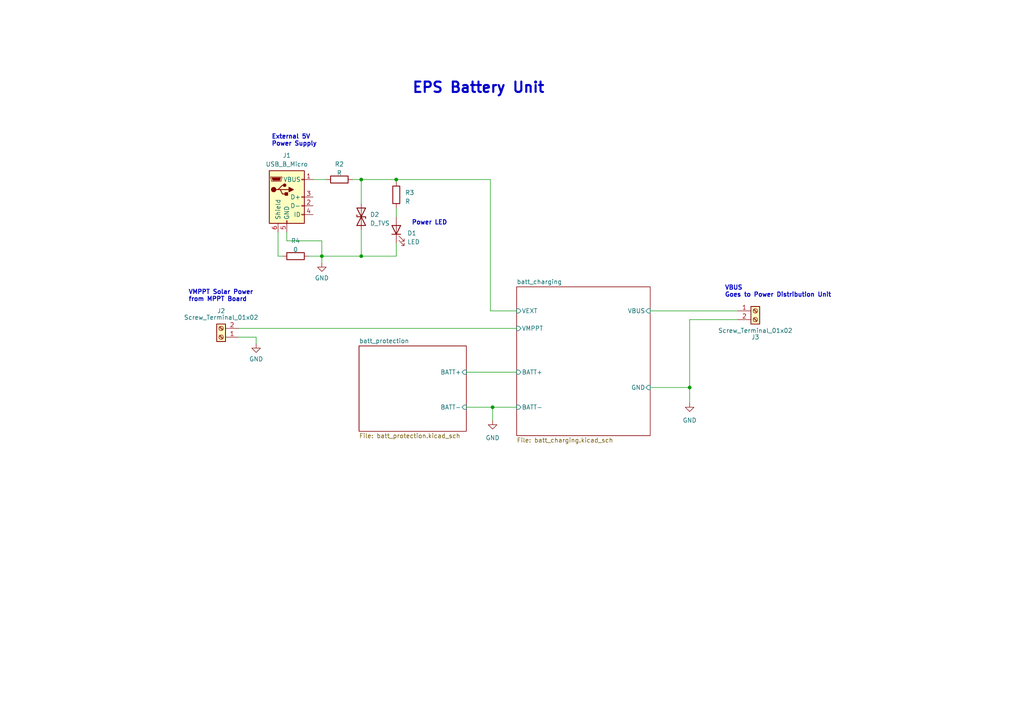
<source format=kicad_sch>
(kicad_sch (version 20230121) (generator eeschema)
  (paper "A4")
  (title_block (title "EPS Battery Unit") (date "2024-07-16") (rev "v1.0") (company "IIT Bombay Student Satellite Program") (comment 1 "Author: Ameya Marakarkandy"))
  (lib_symbols
    (symbol "Connector:Screw_Terminal_01x02" (pin_names (offset 1.016) hide)
      (property "Reference" "J" (at 0 2.54 0))
      (property "Value" "Screw_Terminal_01x02" (at 0 -5.08 0))
      (symbol "Screw_Terminal_01x02_1_1"
        (rectangle (start -1.27 1.27) (end 1.27 -3.81) (stroke (width 0.254)) (fill (type background)))
        (circle (center 0 -2.54) (radius 0.635) (stroke (width 0.1524)))
        (polyline (pts (xy -0.5334 -2.2098) (xy 0.3302 -3.048)) (stroke (width 0.1524)))
        (polyline (pts (xy -0.5334 0.3302) (xy 0.3302 -0.508)) (stroke (width 0.1524)))
        (polyline (pts (xy -0.3556 -2.032) (xy 0.508 -2.8702)) (stroke (width 0.1524)))
        (polyline (pts (xy -0.3556 0.508) (xy 0.508 -0.3302)) (stroke (width 0.1524)))
        (circle (center 0 0) (radius 0.635) (stroke (width 0.1524)))
        (pin passive line (at -5.08 0 0) (length 3.81) (name "Pin_1") (number "1"))
        (pin passive line (at -5.08 -2.54 0) (length 3.81) (name "Pin_2") (number "2"))
      )
    )
    (symbol "Connector:USB_B_Micro" (pin_names (offset 1.016))
      (property "Reference" "J" (at -5.08 11.43 0))
      (property "Value" "USB_B_Micro" (at -5.08 8.89 0))
      (symbol "USB_B_Micro_0_1"
        (rectangle (start -5.08 -7.62) (end 5.08 7.62) (stroke (width 0.254)) (fill (type background)))
        (circle (center -3.81 2.159) (radius 0.635) (stroke (width 0.254)) (fill (type outline)))
        (circle (center -0.635 3.429) (radius 0.381) (stroke (width 0.254)) (fill (type outline)))
        (rectangle (start -0.127 -7.62) (end 0.127 -6.858))
        (polyline (pts (xy -1.905 2.159) (xy 0.635 2.159)) (stroke (width 0.254)))
        (polyline (pts (xy -3.175 2.159) (xy -2.54 2.159) (xy -1.27 3.429) (xy -0.635 3.429)) (stroke (width 0.254)))
        (polyline (pts (xy -2.54 2.159) (xy -1.905 2.159) (xy -1.27 0.889) (xy 0 0.889)) (stroke (width 0.254)))
        (polyline (pts (xy 0.635 2.794) (xy 0.635 1.524) (xy 1.905 2.159) (xy 0.635 2.794)) (stroke (width 0.254)) (fill (type outline)))
        (polyline (pts (xy -4.318 5.588) (xy -1.778 5.588) (xy -2.032 4.826) (xy -4.064 4.826) (xy -4.318 5.588)) (fill (type outline)))
        (polyline (pts (xy -4.699 5.842) (xy -4.699 5.588) (xy -4.445 4.826) (xy -4.445 4.572) (xy -1.651 4.572) (xy -1.651 4.826) (xy -1.397 5.588) (xy -1.397 5.842) (xy -4.699 5.842)))
        (rectangle (start 0.254 1.27) (end -0.508 0.508) (stroke (width 0.254)) (fill (type outline)))
        (rectangle (start 5.08 -5.207) (end 4.318 -4.953))
        (rectangle (start 5.08 -2.667) (end 4.318 -2.413))
        (rectangle (start 5.08 -0.127) (end 4.318 0.127))
        (rectangle (start 5.08 4.953) (end 4.318 5.207))
      )
      (symbol "USB_B_Micro_1_1"
        (pin power_out line (at 7.62 5.08 180) (length 2.54) (name "VBUS") (number "1"))
        (pin bidirectional line (at 7.62 -2.54 180) (length 2.54) (name "D-") (number "2"))
        (pin bidirectional line (at 7.62 0 180) (length 2.54) (name "D+") (number "3"))
        (pin passive line (at 7.62 -5.08 180) (length 2.54) (name "ID") (number "4"))
        (pin power_out line (at 0 -10.16 90) (length 2.54) (name "GND") (number "5"))
        (pin passive line (at -2.54 -10.16 90) (length 2.54) (name "Shield") (number "6"))
      )
    )
    (symbol "Device:D_TVS" (pin_numbers hide) (pin_names (offset 1.016) hide)
      (property "Reference" "D" (at 0 2.54 0))
      (property "Value" "D_TVS" (at 0 -2.54 0))
      (symbol "D_TVS_0_1"
        (polyline (pts (xy 1.27 0) (xy -1.27 0)))
        (polyline (pts (xy 0.508 1.27) (xy 0 1.27) (xy 0 -1.27) (xy -0.508 -1.27)) (stroke (width 0.254)))
        (polyline (pts (xy -2.54 1.27) (xy -2.54 -1.27) (xy 2.54 1.27) (xy 2.54 -1.27) (xy -2.54 1.27)) (stroke (width 0.254)))
      )
      (symbol "D_TVS_1_1"
        (pin passive line (at -3.81 0 0) (length 2.54) (name "A1") (number "1"))
        (pin passive line (at 3.81 0 180) (length 2.54) (name "A2") (number "2"))
      )
    )
    (symbol "Device:LED" (pin_numbers hide) (pin_names (offset 1.016) hide)
      (property "Reference" "D" (at 0 2.54 0))
      (property "Value" "LED" (at 0 -2.54 0))
      (symbol "LED_0_1"
        (polyline (pts (xy -1.27 -1.27) (xy -1.27 1.27)) (stroke (width 0.254)))
        (polyline (pts (xy -1.27 0) (xy 1.27 0)))
        (polyline (pts (xy 1.27 -1.27) (xy 1.27 1.27) (xy -1.27 0) (xy 1.27 -1.27)) (stroke (width 0.254)))
        (polyline (pts (xy -3.048 -0.762) (xy -4.572 -2.286) (xy -3.81 -2.286) (xy -4.572 -2.286) (xy -4.572 -1.524)))
        (polyline (pts (xy -1.778 -0.762) (xy -3.302 -2.286) (xy -2.54 -2.286) (xy -3.302 -2.286) (xy -3.302 -1.524)))
      )
      (symbol "LED_1_1"
        (pin passive line (at -3.81 0 0) (length 2.54) (name "K") (number "1"))
        (pin passive line (at 3.81 0 180) (length 2.54) (name "A") (number "2"))
      )
    )
    (symbol "Device:R" (pin_numbers hide) (pin_names (offset 0))
      (property "Reference" "R" (at 2.032 0 90))
      (property "Value" "R" (at 0 0 90))
      (symbol "R_0_1"
        (rectangle (start -1.016 -2.54) (end 1.016 2.54) (stroke (width 0.254)))
      )
      (symbol "R_1_1"
        (pin passive line (at 0 3.81 270) (length 1.27) (name "~") (number "1"))
        (pin passive line (at 0 -3.81 90) (length 1.27) (name "~") (number "2"))
      )
    )
    (symbol "power:GND" (power) (pin_names (offset 0))
      (property "Value" "GND" (at 0 -3.81 0))
      (symbol "GND_0_1"
        (polyline (pts (xy 0 0) (xy 0 -1.27) (xy 1.27 -1.27) (xy 0 -2.54) (xy -1.27 -1.27) (xy 0 -1.27)))
      )
      (symbol "GND_1_1"
        (pin power_in line (at 0 0 270) (length 0) hide (name "GND") (number "1"))
      )
    )
  )
  (junction (at 93.345 74.295))
  (junction (at 200.025 112.395))
  (junction (at 142.875 118.11))
  (junction (at 104.775 52.07))
  (junction (at 104.775 74.295))
  (junction (at 114.935 52.07))
  (wire (pts (xy 102.235 52.07) (xy 104.775 52.07)))
  (wire (pts (xy 200.025 112.395) (xy 200.025 116.84)))
  (wire (pts (xy 200.025 92.71) (xy 200.025 112.395)))
  (wire (pts (xy 104.775 66.675) (xy 104.775 74.295)))
  (wire (pts (xy 83.185 67.31) (xy 83.185 69.85)))
  (wire (pts (xy 114.935 52.07) (xy 114.935 52.705)))
  (wire (pts (xy 104.775 74.295) (xy 114.935 74.295)))
  (wire (pts (xy 114.935 74.295) (xy 114.935 70.485)))
  (wire (pts (xy 114.935 60.325) (xy 114.935 62.865)))
  (wire (pts (xy 104.775 52.07) (xy 114.935 52.07)))
  (wire (pts (xy 69.215 95.25) (xy 149.86 95.25)))
  (wire (pts (xy 188.595 90.17) (xy 213.995 90.17)))
  (wire (pts (xy 93.345 74.295) (xy 93.345 76.2)))
  (wire (pts (xy 142.24 52.07) (xy 142.24 90.17)))
  (wire (pts (xy 93.345 74.295) (xy 104.775 74.295)))
  (wire (pts (xy 188.595 112.395) (xy 200.025 112.395)))
  (wire (pts (xy 135.255 118.11) (xy 142.875 118.11)))
  (wire (pts (xy 80.645 74.295) (xy 81.915 74.295)))
  (wire (pts (xy 135.255 107.95) (xy 149.86 107.95)))
  (wire (pts (xy 93.345 69.85) (xy 93.345 74.295)))
  (wire (pts (xy 142.875 118.11) (xy 149.86 118.11)))
  (wire (pts (xy 80.645 67.31) (xy 80.645 74.295)))
  (wire (pts (xy 69.215 97.79) (xy 74.295 97.79)))
  (wire (pts (xy 104.775 52.07) (xy 104.775 59.055)))
  (wire (pts (xy 142.875 118.11) (xy 142.875 121.92)))
  (wire (pts (xy 114.935 52.07) (xy 142.24 52.07)))
  (wire (pts (xy 213.995 92.71) (xy 200.025 92.71)))
  (wire (pts (xy 74.295 97.79) (xy 74.295 99.695)))
  (wire (pts (xy 83.185 69.85) (xy 93.345 69.85)))
  (wire (pts (xy 89.535 74.295) (xy 93.345 74.295)))
  (wire (pts (xy 142.24 90.17) (xy 149.86 90.17)))
  (wire (pts (xy 90.805 52.07) (xy 94.615 52.07)))
  (text "VMPPT Solar Power\nfrom MPPT Board" (at 54.61 87.63 0) (effects (font (size 1.27 1.27) bold) (justify left bottom)))
  (text "Power LED" (at 119.38 65.405 0) (effects (font (size 1.27 1.27) bold) (justify left bottom)))
  (text "EPS Battery Unit" (at 119.38 27.305 0) (effects (font (size 3 3) (thickness 0.6) bold) (justify left bottom)))
  (text "VBUS\nGoes to Power Distribution Unit" (at 210.185 86.36 0) (effects (font (size 1.27 1.27) bold) (justify left bottom)))
  (text "External 5V \nPower Supply" (at 78.74 42.545 0) (effects (font (size 1.27 1.27) bold) (justify left bottom)))
  (symbol (lib_id "Device:R") (at 85.725 74.295 90) (unit 1)
    (property "Reference" "R4" (at 85.725 69.85 90))
    (property "Value" "0" (at 85.725 72.39 90))
  )
  (symbol (lib_id "Device:LED") (at 114.935 66.675 90) (unit 1)
    (property "Reference" "D1" (at 118.11 67.6275 90) (effects (justify right)))
    (property "Value" "LED" (at 118.11 70.1675 90) (effects (justify right)))
  )
  (symbol (lib_id "power:GND") (at 93.345 76.2 0) (unit 1)
    (property "Reference" "#PWR05" (effects hide))
    (property "Value" "GND" (at 93.345 80.645 0))
  )
  (symbol (lib_id "Device:R") (at 114.935 56.515 180) (unit 1)
    (property "Reference" "R3" (at 117.475 55.88 0) (effects (justify right)))
    (property "Value" "R" (at 117.475 58.42 0) (effects (justify right)))
  )
  (symbol (lib_id "power:GND") (at 200.025 116.84 0) (unit 1)
    (property "Reference" "#PWR09" (effects hide))
    (property "Value" "GND" (at 200.025 121.92 0))
  )
  (symbol (lib_id "power:GND") (at 74.295 99.695 0) (unit 1)
    (property "Reference" "#PWR06" (effects hide))
    (property "Value" "GND" (at 74.295 104.14 0))
  )
  (symbol (lib_id "Device:R") (at 98.425 52.07 90) (unit 1)
    (property "Reference" "R2" (at 98.425 47.625 90))
    (property "Value" "R" (at 98.425 50.165 90))
  )
  (symbol (lib_id "Connector:Screw_Terminal_01x02") (at 64.135 97.79 180) (unit 1)
    (property "Reference" "J2" (at 64.135 90.17 0))
    (property "Value" "Screw_Terminal_01x02" (at 64.135 92.075 0))
  )
  (symbol (lib_id "power:GND") (at 142.875 121.92 0) (unit 1)
    (property "Reference" "#PWR04" (effects hide))
    (property "Value" "GND" (at 142.875 127 0))
  )
  (symbol (lib_id "Connector:USB_B_Micro") (at 83.185 57.15 0) (unit 1)
    (property "Reference" "J1" (at 83.185 45.085 0))
    (property "Value" "USB_B_Micro" (at 83.185 47.625 0))
  )
  (symbol (lib_id "Device:D_TVS") (at 104.775 62.865 90) (unit 1)
    (property "Reference" "D2" (at 107.315 62.23 90) (effects (justify right)))
    (property "Value" "D_TVS" (at 107.315 64.77 90) (effects (justify right)))
  )
  (symbol (lib_id "Connector:Screw_Terminal_01x02") (at 219.075 90.17 0) (unit 1)
    (property "Reference" "J3" (at 219.075 97.79 0))
    (property "Value" "Screw_Terminal_01x02" (at 219.075 95.885 0))
  )
  (sheet (at 104.14 100.33) (size 31.115 24.765) (stroke (width 0.1524))
    (property "Sheetname" "batt_protection" (at 104.14 99.6184 0) (effects (justify left bottom)))
    (property "Sheetfile" "batt_protection.kicad_sch" (at 104.14 125.6796 0) (effects (justify left top)))
    (pin "BATT-" input (at 135.255 118.11 0))
    (pin "BATT+" input (at 135.255 107.95 0))
  )
  (sheet (at 149.86 83.185) (size 38.735 43.18) (stroke (width 0.1524))
    (property "Sheetname" "batt_charging" (at 149.86 82.4734 0) (effects (justify left bottom)))
    (property "Sheetfile" "batt_charging.kicad_sch" (at 149.86 126.9496 0) (effects (justify left top)))
    (pin "BATT-" input (at 149.86 118.11 180))
    (pin "BATT+" input (at 149.86 107.95 180))
    (pin "VEXT" input (at 149.86 90.17 180))
    (pin "VMPPT" input (at 149.86 95.25 180))
    (pin "VBUS" input (at 188.595 90.17 0))
    (pin "GND" input (at 188.595 112.395 0))
  )
)
</source>
